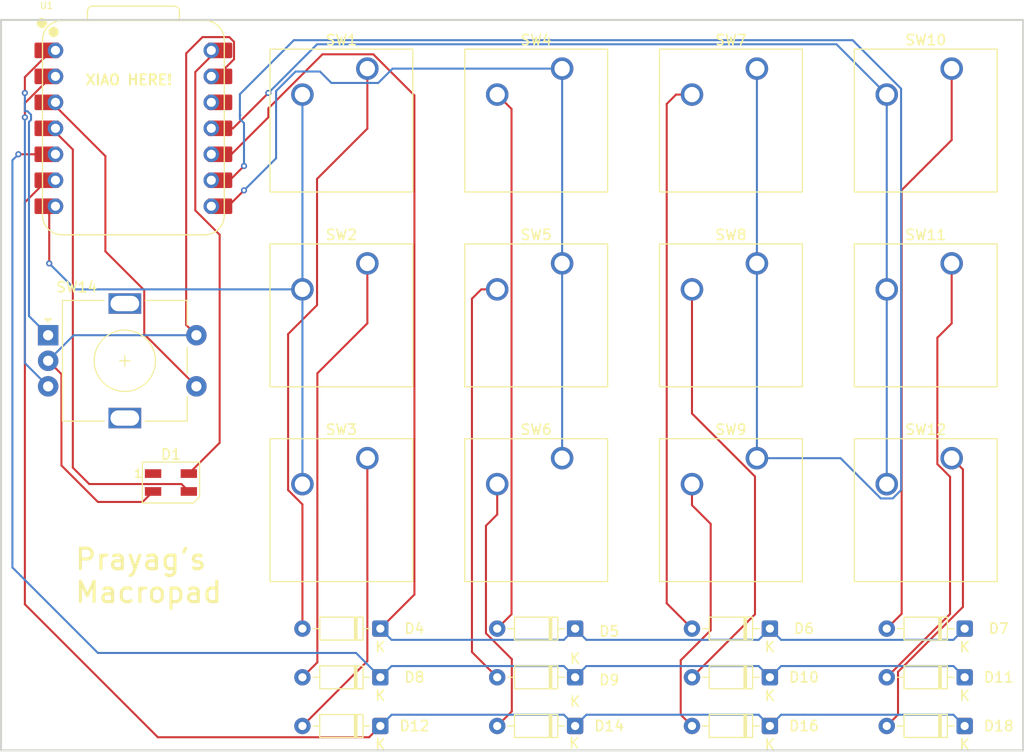
<source format=kicad_pcb>
(kicad_pcb (version 20241229) (generator "pcbnew") (generator_version "9.0")
  (layers (0 "F.Cu" signal) (2 "B.Cu" signal) (13 "F.Paste" user) (15 "B.Paste" user) (5 "F.SilkS" user "F.Silkscreen") (7 "B.SilkS" user "B.Silkscreen") (1 "F.Mask" user) (3 "B.Mask" user) (25 "Edge.Cuts" user))
  (net 0 "")
  (net 1 "GND")
  (net 2 "+5V")
  (net 3 "Net-(D1-DIN)")
  (net 5 "Net-(D4-A)")
  (net 6 "Row0")
  (net 7 "Net-(D5-A)")
  (net 8 "Net-(D6-A)")
  (net 9 "Net-(D7-A)")
  (net 10 "Row1")
  (net 11 "Net-(D8-A)")
  (net 12 "Net-(D9-A)")
  (net 13 "Net-(D10-A)")
  (net 14 "Net-(D11-A)")
  (net 15 "Row2")
  (net 16 "Net-(D12-A)")
  (net 17 "Net-(D14-A)")
  (net 18 "Net-(D16-A)")
  (net 19 "Net-(D18-A)")
  (net 20 "Col0")
  (net 21 "Col1")
  (net 22 "Col2")
  (net 23 "Col3")
  (net 24 "Net-(U1-GPIO26{slash}ADC0{slash}A0)")
  (net 25 "Net-(U1-GPIO27{slash}ADC1{slash}A1)")
  (net 26 "Net-(U1-GPIO28{slash}ADC2{slash}A2)")
  (footprint "Button_Switch_Keyboard:SW_Cherry_MX_1.00u_PCB" (layer "F.Cu") (at 140.6525 38.1)
    (property "Reference" "SW10" (at -2.54 -2.794 0) (layer "F.SilkS"))
    (property "Value" "SW_Push")
    (pad "" np_thru_hole circle (at -7.62 5.08) (size 1.7 1.7) (drill 1.7) (layers "*.Cu" "*.Mask"))
    (pad "" np_thru_hole circle (at -2.54 5.08) (size 4 4) (drill 4) (layers "*.Cu" "*.Mask"))
    (pad "" np_thru_hole circle (at 2.54 5.08) (size 1.7 1.7) (drill 1.7) (layers "*.Cu" "*.Mask"))
    (pad "1" thru_hole circle (at 0 0) (size 2.2 2.2) (drill 1.5) (layers "*.Cu" "*.Mask") (net 9 "Net-(D7-A)"))
    (pad "2" thru_hole circle (at -6.35 2.54) (size 2.2 2.2) (drill 1.5) (layers "*.Cu" "*.Mask") (net 23 "Col3"))
  )
  (footprint "Button_Switch_Keyboard:SW_Cherry_MX_1.00u_PCB" (layer "F.Cu") (at 83.5025 57.15)
    (property "Reference" "SW2" (at -2.54 -2.794 0) (layer "F.SilkS"))
    (property "Value" "SW_Push")
    (pad "" np_thru_hole circle (at -7.62 5.08) (size 1.7 1.7) (drill 1.7) (layers "*.Cu" "*.Mask"))
    (pad "" np_thru_hole circle (at -2.54 5.08) (size 4 4) (drill 4) (layers "*.Cu" "*.Mask"))
    (pad "" np_thru_hole circle (at 2.54 5.08) (size 1.7 1.7) (drill 1.7) (layers "*.Cu" "*.Mask"))
    (pad "1" thru_hole circle (at 0 0) (size 2.2 2.2) (drill 1.5) (layers "*.Cu" "*.Mask") (net 11 "Net-(D8-A)"))
    (pad "2" thru_hole circle (at -6.35 2.54) (size 2.2 2.2) (drill 1.5) (layers "*.Cu" "*.Mask") (net 20 "Col0"))
  )
  (footprint "Rotary_Encoder:RotaryEncoder_Alps_EC11E-Switch_Vertical_H20mm" (layer "F.Cu") (at 52.28125 64.175)
    (property "Reference" "SW14" (at 2.8 -4.7 0) (layer "F.SilkS"))
    (property "Value" "RotaryEncoder_Switch")
    (pad "A" thru_hole rect (at 0 0) (size 2 2) (drill 1) (layers "*.Cu" "*.Mask") (net 24 "Net-(U1-GPIO26{slash}ADC0{slash}A0)"))
    (pad "B" thru_hole circle (at 0 5) (size 2 2) (drill 1) (layers "*.Cu" "*.Mask") (net 25 "Net-(U1-GPIO27{slash}ADC1{slash}A1)"))
    (pad "C" thru_hole circle (at 0 2.5) (size 2 2) (drill 1) (layers "*.Cu" "*.Mask") (net 1 "GND"))
    (pad "MP" thru_hole rect (at 7.5 -3.1) (size 3.2 2) (drill oval 2.8 1.5) (layers "*.Cu" "*.Mask"))
    (pad "MP" thru_hole rect (at 7.5 8.1) (size 3.2 2) (drill oval 2.8 1.5) (layers "*.Cu" "*.Mask"))
    (pad "S1" thru_hole circle (at 14.5 5) (size 2 2) (drill 1) (layers "*.Cu" "*.Mask") (net 26 "Net-(U1-GPIO28{slash}ADC2{slash}A2)"))
    (pad "S2" thru_hole circle (at 14.5 0) (size 2 2) (drill 1) (layers "*.Cu" "*.Mask") (net 1 "GND"))
  )
  (footprint "Diode_THT:D_DO-35_SOD27_P7.62mm_Horizontal" (layer "F.Cu") (at 141.9225 102.39375 180)
    (property "Reference" "D18" (at -3.33375 0 0) (layer "F.SilkS"))
    (property "Value" "1N4148")
    (fp_text user "K" (at 0 -1.8 0) (layer "F.SilkS"))
    (pad "1" thru_hole roundrect (at 0 0 180) (size 1.6 1.6) (drill 0.8) (layers "*.Cu" "*.Mask") (roundrect_rratio 0.15625) (net 15 "Row2"))
    (pad "2" thru_hole circle (at 7.62 0 180) (size 1.6 1.6) (drill 0.8) (layers "*.Cu" "*.Mask") (net 19 "Net-(D18-A)"))
  )
  (footprint "Button_Switch_Keyboard:SW_Cherry_MX_1.00u_PCB" (layer "F.Cu") (at 121.6025 38.1)
    (property "Reference" "SW7" (at -2.54 -2.794 0) (layer "F.SilkS"))
    (property "Value" "SW_Push")
    (pad "" np_thru_hole circle (at -7.62 5.08) (size 1.7 1.7) (drill 1.7) (layers "*.Cu" "*.Mask"))
    (pad "" np_thru_hole circle (at -2.54 5.08) (size 4 4) (drill 4) (layers "*.Cu" "*.Mask"))
    (pad "" np_thru_hole circle (at 2.54 5.08) (size 1.7 1.7) (drill 1.7) (layers "*.Cu" "*.Mask"))
    (pad "1" thru_hole circle (at 0 0) (size 2.2 2.2) (drill 1.5) (layers "*.Cu" "*.Mask") (net 22 "Col2"))
    (pad "2" thru_hole circle (at -6.35 2.54) (size 2.2 2.2) (drill 1.5) (layers "*.Cu" "*.Mask") (net 8 "Net-(D6-A)"))
  )
  (footprint "Diode_THT:D_DO-35_SOD27_P7.62mm_Horizontal" (layer "F.Cu") (at 141.9225 97.63125 180)
    (property "Reference" "D11" (at -3.33375 0 0) (layer "F.SilkS"))
    (property "Value" "1N4148")
    (fp_text user "K" (at 0 -1.8 0) (layer "F.SilkS"))
    (pad "1" thru_hole roundrect (at 0 0 180) (size 1.6 1.6) (drill 0.8) (layers "*.Cu" "*.Mask") (roundrect_rratio 0.15625) (net 10 "Row1"))
    (pad "2" thru_hole circle (at 7.62 0 180) (size 1.6 1.6) (drill 0.8) (layers "*.Cu" "*.Mask") (net 14 "Net-(D11-A)"))
  )
  (footprint "Diode_THT:D_DO-35_SOD27_P7.62mm_Horizontal" (layer "F.Cu") (at 84.7725 102.39375 180)
    (property "Reference" "D12" (at -3.33375 0 0) (layer "F.SilkS"))
    (property "Value" "1N4148")
    (fp_text user "K" (at 0 -1.8 0) (layer "F.SilkS"))
    (pad "1" thru_hole roundrect (at 0 0 180) (size 1.6 1.6) (drill 0.8) (layers "*.Cu" "*.Mask") (roundrect_rratio 0.15625) (net 15 "Row2"))
    (pad "2" thru_hole circle (at 7.62 0 180) (size 1.6 1.6) (drill 0.8) (layers "*.Cu" "*.Mask") (net 16 "Net-(D12-A)"))
  )
  (footprint "Diode_THT:D_DO-35_SOD27_P7.62mm_Horizontal" (layer "F.Cu") (at 141.9225 92.86875 180)
    (property "Reference" "D7" (at -3.33375 0 0) (layer "F.SilkS"))
    (property "Value" "1N4148")
    (fp_text user "K" (at 0 -1.8 0) (layer "F.SilkS"))
    (pad "1" thru_hole roundrect (at 0 0 180) (size 1.6 1.6) (drill 0.8) (layers "*.Cu" "*.Mask") (roundrect_rratio 0.15625) (net 6 "Row0"))
    (pad "2" thru_hole circle (at 7.62 0 180) (size 1.6 1.6) (drill 0.8) (layers "*.Cu" "*.Mask") (net 9 "Net-(D7-A)"))
  )
  (footprint "Button_Switch_Keyboard:SW_Cherry_MX_1.00u_PCB" (layer "F.Cu") (at 83.5025 76.2)
    (property "Reference" "SW3" (at -2.54 -2.794 0) (layer "F.SilkS"))
    (property "Value" "SW_Push")
    (pad "" np_thru_hole circle (at -7.62 5.08) (size 1.7 1.7) (drill 1.7) (layers "*.Cu" "*.Mask"))
    (pad "" np_thru_hole circle (at -2.54 5.08) (size 4 4) (drill 4) (layers "*.Cu" "*.Mask"))
    (pad "" np_thru_hole circle (at 2.54 5.08) (size 1.7 1.7) (drill 1.7) (layers "*.Cu" "*.Mask"))
    (pad "1" thru_hole circle (at 0 0) (size 2.2 2.2) (drill 1.5) (layers "*.Cu" "*.Mask") (net 16 "Net-(D12-A)"))
    (pad "2" thru_hole circle (at -6.35 2.54) (size 2.2 2.2) (drill 1.5) (layers "*.Cu" "*.Mask") (net 20 "Col0"))
  )
  (footprint "OPL:XIAO-RP2040-DIP" (layer "F.Cu") (at 60.61925 43.938)
    (property "Reference" "U1" (at -8.5 -12 0) (layer "F.SilkS") (effects (font (size 0.635 0.635) (thickness 0.1016))))
    (property "Value" "XIAO-RP2040-DIP")
    (pad "1" smd roundrect (at -8.455 -7.62 180) (size 2.432 1.524) (layers "F.Cu" "F.Mask") (roundrect_rratio 0.1) (net 24 "Net-(U1-GPIO26{slash}ADC0{slash}A0)"))
    (pad "1" thru_hole circle (at -7.62 -7.62 180) (size 1.524 1.524) (drill 0.889) (layers "*.Cu" "*.Mask") (net 24 "Net-(U1-GPIO26{slash}ADC0{slash}A0)"))
    (pad "2" smd roundrect (at -8.455 -5.08 180) (size 2.432 1.524) (layers "F.Cu" "F.Mask") (roundrect_rratio 0.1) (net 25 "Net-(U1-GPIO27{slash}ADC1{slash}A1)"))
    (pad "2" thru_hole circle (at -7.62 -5.08 180) (size 1.524 1.524) (drill 0.889) (layers "*.Cu" "*.Mask") (net 25 "Net-(U1-GPIO27{slash}ADC1{slash}A1)"))
    (pad "3" smd roundrect (at -8.455 -2.54 180) (size 2.432 1.524) (layers "F.Cu" "F.Mask") (roundrect_rratio 0.1) (net 26 "Net-(U1-GPIO28{slash}ADC2{slash}A2)"))
    (pad "3" thru_hole circle (at -7.62 -2.54 180) (size 1.524 1.524) (drill 0.889) (layers "*.Cu" "*.Mask") (net 26 "Net-(U1-GPIO28{slash}ADC2{slash}A2)"))
    (pad "4" smd roundrect (at -8.455 0 180) (size 2.432 1.524) (layers "F.Cu" "F.Mask") (roundrect_rratio 0.1) (net 3 "Net-(D1-DIN)"))
    (pad "4" thru_hole circle (at -7.62 0 180) (size 1.524 1.524) (drill 0.889) (layers "*.Cu" "*.Mask") (net 3 "Net-(D1-DIN)"))
    (pad "5" smd roundrect (at -8.455 2.54 180) (size 2.432 1.524) (layers "F.Cu" "F.Mask") (roundrect_rratio 0.1) (net 10 "Row1"))
    (pad "5" thru_hole circle (at -7.62 2.54 180) (size 1.524 1.524) (drill 0.889) (layers "*.Cu" "*.Mask") (net 10 "Row1"))
    (pad "6" smd roundrect (at -8.455 5.08 180) (size 2.432 1.524) (layers "F.Cu" "F.Mask") (roundrect_rratio 0.1) (net 15 "Row2"))
    (pad "6" thru_hole circle (at -7.62 5.08 180) (size 1.524 1.524) (drill 0.889) (layers "*.Cu" "*.Mask") (net 15 "Row2"))
    (pad "7" smd roundrect (at -8.455 7.62 180) (size 2.432 1.524) (layers "F.Cu" "F.Mask") (roundrect_rratio 0.1) (net 20 "Col0"))
    (pad "7" thru_hole circle (at -7.62 7.62 180) (size 1.524 1.524) (drill 0.889) (layers "*.Cu" "*.Mask") (net 20 "Col0"))
    (pad "8" thru_hole circle (at 7.62 7.62) (size 1.524 1.524) (drill 0.889) (layers "*.Cu" "*.Mask") (net 21 "Col1"))
    (pad "8" smd roundrect (at 8.455 7.62) (size 2.432 1.524) (layers "F.Cu" "F.Mask") (roundrect_rratio 0.1) (net 21 "Col1"))
    (pad "9" thru_hole circle (at 7.62 5.08) (size 1.524 1.524) (drill 0.889) (layers "*.Cu" "*.Mask") (net 22 "Col2"))
    (pad "9" smd roundrect (at 8.455 5.08) (size 2.432 1.524) (layers "F.Cu" "F.Mask") (roundrect_rratio 0.1) (net 22 "Col2"))
    (pad "10" thru_hole circle (at 7.62 2.54) (size 1.524 1.524) (drill 0.889) (layers "*.Cu" "*.Mask") (net 6 "Row0"))
    (pad "10" smd roundrect (at 8.455 2.54) (size 2.432 1.524) (layers "F.Cu" "F.Mask") (roundrect_rratio 0.1) (net 6 "Row0"))
    (pad "11" thru_hole circle (at 7.62 0) (size 1.524 1.524) (drill 0.889) (layers "*.Cu" "*.Mask") (net 23 "Col3"))
    (pad "11" smd roundrect (at 8.455 0) (size 2.432 1.524) (layers "F.Cu" "F.Mask") (roundrect_rratio 0.1) (net 23 "Col3"))
    (pad "12" thru_hole circle (at 7.62 -2.54) (size 1.524 1.524) (drill 0.889) (layers "*.Cu" "*.Mask"))
    (pad "12" smd roundrect (at 8.455 -2.54) (size 2.432 1.524) (layers "F.Cu" "F.Mask") (roundrect_rratio 0.1))
    (pad "13" thru_hole circle (at 7.62 -5.08) (size 1.524 1.524) (drill 0.889) (layers "*.Cu" "*.Mask") (net 1 "GND"))
    (pad "13" smd roundrect (at 8.455 -5.08) (size 2.432 1.524) (layers "F.Cu" "F.Mask") (roundrect_rratio 0.1) (net 1 "GND"))
    (pad "14" thru_hole circle (at 7.62 -7.62) (size 1.524 1.524) (drill 0.889) (layers "*.Cu" "*.Mask") (net 2 "+5V"))
    (pad "14" smd roundrect (at 8.455 -7.62) (size 2.432 1.524) (layers "F.Cu" "F.Mask") (roundrect_rratio 0.1) (net 2 "+5V"))
  )
  (footprint "Button_Switch_Keyboard:SW_Cherry_MX_1.00u_PCB" (layer "F.Cu") (at 140.6525 76.2)
    (property "Reference" "SW12" (at -2.54 -2.794 0) (layer "F.SilkS"))
    (property "Value" "SW_Push")
    (pad "" np_thru_hole circle (at -7.62 5.08) (size 1.7 1.7) (drill 1.7) (layers "*.Cu" "*.Mask"))
    (pad "" np_thru_hole circle (at -2.54 5.08) (size 4 4) (drill 4) (layers "*.Cu" "*.Mask"))
    (pad "" np_thru_hole circle (at 2.54 5.08) (size 1.7 1.7) (drill 1.7) (layers "*.Cu" "*.Mask"))
    (pad "1" thru_hole circle (at 0 0) (size 2.2 2.2) (drill 1.5) (layers "*.Cu" "*.Mask") (net 19 "Net-(D18-A)"))
    (pad "2" thru_hole circle (at -6.35 2.54) (size 2.2 2.2) (drill 1.5) (layers "*.Cu" "*.Mask") (net 23 "Col3"))
  )
  (footprint "Button_Switch_Keyboard:SW_Cherry_MX_1.00u_PCB" (layer "F.Cu") (at 102.5525 76.2)
    (property "Reference" "SW6" (at -2.54 -2.794 0) (layer "F.SilkS"))
    (property "Value" "SW_Push")
    (pad "" np_thru_hole circle (at -7.62 5.08) (size 1.7 1.7) (drill 1.7) (layers "*.Cu" "*.Mask"))
    (pad "" np_thru_hole circle (at -2.54 5.08) (size 4 4) (drill 4) (layers "*.Cu" "*.Mask"))
    (pad "" np_thru_hole circle (at 2.54 5.08) (size 1.7 1.7) (drill 1.7) (layers "*.Cu" "*.Mask"))
    (pad "1" thru_hole circle (at 0 0) (size 2.2 2.2) (drill 1.5) (layers "*.Cu" "*.Mask") (net 21 "Col1"))
    (pad "2" thru_hole circle (at -6.35 2.54) (size 2.2 2.2) (drill 1.5) (layers "*.Cu" "*.Mask") (net 17 "Net-(D14-A)"))
  )
  (footprint "Button_Switch_Keyboard:SW_Cherry_MX_1.00u_PCB" (layer "F.Cu") (at 102.5525 57.15)
    (property "Reference" "SW5" (at -2.54 -2.794 0) (layer "F.SilkS"))
    (property "Value" "SW_Push")
    (pad "" np_thru_hole circle (at -7.62 5.08) (size 1.7 1.7) (drill 1.7) (layers "*.Cu" "*.Mask"))
    (pad "" np_thru_hole circle (at -2.54 5.08) (size 4 4) (drill 4) (layers "*.Cu" "*.Mask"))
    (pad "" np_thru_hole circle (at 2.54 5.08) (size 1.7 1.7) (drill 1.7) (layers "*.Cu" "*.Mask"))
    (pad "1" thru_hole circle (at 0 0) (size 2.2 2.2) (drill 1.5) (layers "*.Cu" "*.Mask") (net 21 "Col1"))
    (pad "2" thru_hole circle (at -6.35 2.54) (size 2.2 2.2) (drill 1.5) (layers "*.Cu" "*.Mask") (net 12 "Net-(D9-A)"))
  )
  (footprint "Diode_THT:D_DO-35_SOD27_P7.62mm_Horizontal" (layer "F.Cu") (at 103.8225 97.63125 180)
    (property "Reference" "D9" (at -3.33375 -0.26125 0) (layer "F.SilkS"))
    (property "Value" "1N4148")
    (fp_text user "K" (at 0.086788 -6.453844 0) (layer "F.SilkS"))
    (pad "1" thru_hole roundrect (at 0 0 180) (size 1.6 1.6) (drill 0.8) (layers "*.Cu" "*.Mask") (roundrect_rratio 0.15625) (net 10 "Row1"))
    (pad "2" thru_hole circle (at 7.62 0 180) (size 1.6 1.6) (drill 0.8) (layers "*.Cu" "*.Mask") (net 12 "Net-(D9-A)"))
  )
  (footprint "Diode_THT:D_DO-35_SOD27_P7.62mm_Horizontal" (layer "F.Cu") (at 122.8725 92.86875 180)
    (property "Reference" "D6" (at -3.33375 0 0) (layer "F.SilkS"))
    (property "Value" "1N4148")
    (fp_text user "K" (at 0 -1.8 0) (layer "F.SilkS"))
    (pad "1" thru_hole roundrect (at 0 0 180) (size 1.6 1.6) (drill 0.8) (layers "*.Cu" "*.Mask") (roundrect_rratio 0.15625) (net 6 "Row0"))
    (pad "2" thru_hole circle (at 7.62 0 180) (size 1.6 1.6) (drill 0.8) (layers "*.Cu" "*.Mask") (net 8 "Net-(D6-A)"))
  )
  (footprint "Button_Switch_Keyboard:SW_Cherry_MX_1.00u_PCB" (layer "F.Cu") (at 102.5525 38.1)
    (property "Reference" "SW4" (at -2.54 -2.794 0) (layer "F.SilkS"))
    (property "Value" "SW_Push")
    (pad "" np_thru_hole circle (at -7.62 5.08) (size 1.7 1.7) (drill 1.7) (layers "*.Cu" "*.Mask"))
    (pad "" np_thru_hole circle (at -2.54 5.08) (size 4 4) (drill 4) (layers "*.Cu" "*.Mask"))
    (pad "" np_thru_hole circle (at 2.54 5.08) (size 1.7 1.7) (drill 1.7) (layers "*.Cu" "*.Mask"))
    (pad "1" thru_hole circle (at 0 0) (size 2.2 2.2) (drill 1.5) (layers "*.Cu" "*.Mask") (net 21 "Col1"))
    (pad "2" thru_hole circle (at -6.35 2.54) (size 2.2 2.2) (drill 1.5) (layers "*.Cu" "*.Mask") (net 7 "Net-(D5-A)"))
  )
  (footprint "Button_Switch_Keyboard:SW_Cherry_MX_1.00u_PCB" (layer "F.Cu") (at 121.6025 57.15)
    (property "Reference" "SW8" (at -2.54 -2.794 0) (layer "F.SilkS"))
    (property "Value" "SW_Push")
    (pad "" np_thru_hole circle (at -7.62 5.08) (size 1.7 1.7) (drill 1.7) (layers "*.Cu" "*.Mask"))
    (pad "" np_thru_hole circle (at -2.54 5.08) (size 4 4) (drill 4) (layers "*.Cu" "*.Mask"))
    (pad "" np_thru_hole circle (at 2.54 5.08) (size 1.7 1.7) (drill 1.7) (layers "*.Cu" "*.Mask"))
    (pad "1" thru_hole circle (at 0 0) (size 2.2 2.2) (drill 1.5) (layers "*.Cu" "*.Mask") (net 22 "Col2"))
    (pad "2" thru_hole circle (at -6.35 2.54) (size 2.2 2.2) (drill 1.5) (layers "*.Cu" "*.Mask") (net 13 "Net-(D10-A)"))
  )
  (footprint "Diode_THT:D_DO-35_SOD27_P7.62mm_Horizontal" (layer "F.Cu") (at 103.8225 102.39375 180)
    (property "Reference" "D14" (at -3.33375 0 0) (layer "F.SilkS"))
    (property "Value" "1N4148")
    (fp_text user "K" (at 0 2.38125 0) (layer "F.SilkS"))
    (pad "1" thru_hole roundrect (at 0 0 180) (size 1.6 1.6) (drill 0.8) (layers "*.Cu" "*.Mask") (roundrect_rratio 0.15625) (net 15 "Row2"))
    (pad "2" thru_hole circle (at 7.62 0 180) (size 1.6 1.6) (drill 0.8) (layers "*.Cu" "*.Mask") (net 17 "Net-(D14-A)"))
  )
  (footprint "Button_Switch_Keyboard:SW_Cherry_MX_1.00u_PCB" (layer "F.Cu") (at 121.6025 76.2)
    (property "Reference" "SW9" (at -2.54 -2.794 0) (layer "F.SilkS"))
    (property "Value" "SW_Push")
    (pad "" np_thru_hole circle (at -7.62 5.08) (size 1.7 1.7) (drill 1.7) (layers "*.Cu" "*.Mask"))
    (pad "" np_thru_hole circle (at -2.54 5.08) (size 4 4) (drill 4) (layers "*.Cu" "*.Mask"))
    (pad "" np_thru_hole circle (at 2.54 5.08) (size 1.7 1.7) (drill 1.7) (layers "*.Cu" "*.Mask"))
    (pad "1" thru_hole circle (at 0 0) (size 2.2 2.2) (drill 1.5) (layers "*.Cu" "*.Mask") (net 22 "Col2"))
    (pad "2" thru_hole circle (at -6.35 2.54) (size 2.2 2.2) (drill 1.5) (layers "*.Cu" "*.Mask") (net 18 "Net-(D16-A)"))
  )
  (footprint "Diode_THT:D_DO-35_SOD27_P7.62mm_Horizontal" (layer "F.Cu") (at 103.8225 92.86875 180)
    (property "Reference" "D5" (at -3.33375 -0.26125 0) (layer "F.SilkS"))
    (property "Value" "1N4148")
    (fp_text user "K" (at 0 -2.926475 0) (layer "F.SilkS"))
    (pad "1" thru_hole roundrect (at 0 0 180) (size 1.6 1.6) (drill 0.8) (layers "*.Cu" "*.Mask") (roundrect_rratio 0.15625) (net 6 "Row0"))
    (pad "2" thru_hole circle (at 7.62 0 180) (size 1.6 1.6) (drill 0.8) (layers "*.Cu" "*.Mask") (net 7 "Net-(D5-A)"))
  )
  (footprint "Diode_THT:D_DO-35_SOD27_P7.62mm_Horizontal" (layer "F.Cu") (at 122.8725 102.39375 180)
    (property "Reference" "D16" (at -3.33375 0 0) (layer "F.SilkS"))
    (property "Value" "1N4148")
    (fp_text user "K" (at 0 -1.8 0) (layer "F.SilkS"))
    (pad "1" thru_hole roundrect (at 0 0 180) (size 1.6 1.6) (drill 0.8) (layers "*.Cu" "*.Mask") (roundrect_rratio 0.15625) (net 15 "Row2"))
    (pad "2" thru_hole circle (at 7.62 0 180) (size 1.6 1.6) (drill 0.8) (layers "*.Cu" "*.Mask") (net 18 "Net-(D16-A)"))
  )
  (footprint "Button_Switch_Keyboard:SW_Cherry_MX_1.00u_PCB" (layer "F.Cu") (at 83.5025 38.1)
    (property "Reference" "SW1" (at -2.54 -2.794 0) (layer "F.SilkS"))
    (property "Value" "SW_Push")
    (pad "" np_thru_hole circle (at -7.62 5.08) (size 1.7 1.7) (drill 1.7) (layers "*.Cu" "*.Mask"))
    (pad "" np_thru_hole circle (at -2.54 5.08) (size 4 4) (drill 4) (layers "*.Cu" "*.Mask"))
    (pad "" np_thru_hole circle (at 2.54 5.08) (size 1.7 1.7) (drill 1.7) (layers "*.Cu" "*.Mask"))
    (pad "1" thru_hole circle (at 0 0) (size 2.2 2.2) (drill 1.5) (layers "*.Cu" "*.Mask") (net 5 "Net-(D4-A)"))
    (pad "2" thru_hole circle (at -6.35 2.54) (size 2.2 2.2) (drill 1.5) (layers "*.Cu" "*.Mask") (net 20 "Col0"))
  )
  (footprint "Diode_THT:D_DO-35_SOD27_P7.62mm_Horizontal" (layer "F.Cu") (at 84.7725 97.63125 180)
    (property "Reference" "D8" (at -3.33375 0 0) (layer "F.SilkS"))
    (property "Value" "1N4148")
    (fp_text user "K" (at 0 -1.8 0) (layer "F.SilkS"))
    (pad "1" thru_hole roundrect (at 0 0 180) (size 1.6 1.6) (drill 0.8) (layers "*.Cu" "*.Mask") (roundrect_rratio 0.15625) (net 10 "Row1"))
    (pad "2" thru_hole circle (at 7.62 0 180) (size 1.6 1.6) (drill 0.8) (layers "*.Cu" "*.Mask") (net 11 "Net-(D8-A)"))
  )
  (footprint "Button_Switch_Keyboard:SW_Cherry_MX_1.00u_PCB" (layer "F.Cu") (at 140.6525 57.15)
    (property "Reference" "SW11" (at -2.54 -2.794 0) (layer "F.SilkS"))
    (property "Value" "SW_Push")
    (pad "" np_thru_hole circle (at -7.62 5.08) (size 1.7 1.7) (drill 1.7) (layers "*.Cu" "*.Mask"))
    (pad "" np_thru_hole circle (at -2.54 5.08) (size 4 4) (drill 4) (layers "*.Cu" "*.Mask"))
    (pad "" np_thru_hole circle (at 2.54 5.08) (size 1.7 1.7) (drill 1.7) (layers "*.Cu" "*.Mask"))
    (pad "1" thru_hole circle (at 0 0) (size 2.2 2.2) (drill 1.5) (layers "*.Cu" "*.Mask") (net 14 "Net-(D11-A)"))
    (pad "2" thru_hole circle (at -6.35 2.54) (size 2.2 2.2) (drill 1.5) (layers "*.Cu" "*.Mask") (net 23 "Col3"))
  )
  (footprint "Diode_THT:D_DO-35_SOD27_P7.62mm_Horizontal" (layer "F.Cu") (at 122.8725 97.63125 180)
    (property "Reference" "D10" (at -3.33375 0 0) (layer "F.SilkS"))
    (property "Value" "1N4148")
    (fp_text user "K" (at 0 -1.8 0) (layer "F.SilkS"))
    (pad "1" thru_hole roundrect (at 0 0 180) (size 1.6 1.6) (drill 0.8) (layers "*.Cu" "*.Mask") (roundrect_rratio 0.15625) (net 10 "Row1"))
    (pad "2" thru_hole circle (at 7.62 0 180) (size 1.6 1.6) (drill 0.8) (layers "*.Cu" "*.Mask") (net 13 "Net-(D10-A)"))
  )
  (footprint "Diode_THT:D_DO-35_SOD27_P7.62mm_Horizontal" (layer "F.Cu") (at 84.7725 92.86875 180)
    (property "Reference" "D4" (at -3.33375 0 0) (layer "F.SilkS"))
    (property "Value" "1N4148")
    (fp_text user "K" (at 0 -1.8 0) (layer "F.SilkS"))
    (pad "1" thru_hole roundrect (at 0 0 180) (size 1.6 1.6) (drill 0.8) (layers "*.Cu" "*.Mask") (roundrect_rratio 0.15625) (net 6 "Row0"))
    (pad "2" thru_hole circle (at 7.62 0 180) (size 1.6 1.6) (drill 0.8) (layers "*.Cu" "*.Mask") (net 5 "Net-(D4-A)"))
  )
  (footprint "LED_SMD:LED_SK6812MINI_PLCC4_3.5x3.5mm_P1.75mm" (layer "F.Cu") (at 64.29375 78.58125)
    (property "Reference" "D1" (at 0 -2.75 0) (layer "F.SilkS"))
    (property "Value" "SK6812MINI")
    (fp_text user "1" (at -3.2 -0.875 0) (layer "F.SilkS") (effects (font (size 0.8 0.8))))
    (pad "1" smd rect (at -1.75 -0.875) (size 1.6 0.85) (layers "F.Cu" "F.Mask" "F.Paste"))
    (pad "2" smd rect (at -1.75 0.875) (size 1.6 0.85) (layers "F.Cu" "F.Mask" "F.Paste") (net 1 "GND"))
    (pad "3" smd rect (at 1.75 0.875) (size 1.6 0.85) (layers "F.Cu" "F.Mask" "F.Paste") (net 3 "Net-(D1-DIN)"))
    (pad "4" smd rect (at 1.75 -0.875) (size 1.6 0.85) (layers "F.Cu" "F.Mask" "F.Paste") (net 2 "+5V"))
  )
  (gr_rect (start 47.673159 33.3375) (end 147.6375 104.775) (stroke (width 0.2)) (fill no) (layer "Edge.Cuts"))
  (gr_text "Prayag's\nMacropad" (at 54.76875 90.4875 0) (layer "F.SilkS") (effects (font (size 2 2) (thickness 0.3) (bold yes)) (justify left bottom)))
  (gr_text "XIAO HERE!" (at 55.830488 39.788015 0) (layer "F.SilkS") (effects (font (size 1 1) (thickness 0.2)) (justify left bottom)))
  (segment (start 65.78125 36.6125) (end 67.37675 35.017) (width 0.2) (layer "F.Cu") (net 1))
  (segment (start 52.28125 66.675) (end 53.58225 67.976) (width 0.2) (layer "F.Cu") (net 1))
  (segment (start 67.37675 35.017) (end 69.998308 35.017) (width 0.2) (layer "F.Cu") (net 1))
  (segment (start 62.54375 79.45625) (end 61.51775 80.48225) (width 0.2) (layer "F.Cu") (net 1))
  (segment (start 66.78125 64.175) (end 65.78125 63.175) (width 0.2) (layer "F.Cu") (net 1))
  (segment (start 53.58225 76.9145) (end 57.15 80.48225) (width 0.2) (layer "F.Cu") (net 1))
  (segment (start 70.46025 35.478942) (end 70.46025 37.182) (width 0.2) (layer "F.Cu") (net 1))
  (segment (start 61.51775 80.48225) (end 57.15 80.48225) (width 0.2) (layer "F.Cu") (net 1))
  (segment (start 53.58225 67.976) (end 53.58225 76.9145) (width 0.2) (layer "F.Cu") (net 1))
  (segment (start 70.46025 37.182) (end 68.78425 38.858) (width 0.2) (layer "F.Cu") (net 1))
  (segment (start 65.78125 63.175) (end 65.78125 36.6125) (width 0.2) (layer "F.Cu") (net 1))
  (segment (start 69.998308 35.017) (end 70.46025 35.478942) (width 0.2) (layer "F.Cu") (net 1))
  (segment (start 52.28125 66.675) (end 54.78125 64.175) (width 0.2) (layer "B.Cu") (net 1))
  (segment (start 54.78125 64.175) (end 66.78125 64.175) (width 0.2) (layer "B.Cu") (net 1))
  (segment (start 69.05625 54.345058) (end 66.675 51.963808) (width 0.2) (layer "F.Cu") (net 2))
  (segment (start 66.675 51.963808) (end 66.675 38.42725) (width 0.2) (layer "F.Cu") (net 2))
  (segment (start 66.04375 77.70625) (end 69.05625 74.69375) (width 0.2) (layer "F.Cu") (net 2))
  (segment (start 69.05625 74.69375) (end 69.05625 54.345058) (width 0.2) (layer "F.Cu") (net 2))
  (segment (start 66.675 38.42725) (end 68.78425 36.318) (width 0.2) (layer "F.Cu") (net 2))
  (segment (start 56.299 78.73025) (end 65.31775 78.73025) (width 0.2) (layer "F.Cu") (net 3))
  (segment (start 65.31775 78.73025) (end 66.04375 79.45625) (width 0.2) (layer "F.Cu") (net 3))
  (segment (start 54.69625 77.1275) (end 54.69625 46.015) (width 0.2) (layer "F.Cu") (net 3))
  (segment (start 54.69625 46.015) (end 52.61925 43.938) (width 0.2) (layer "F.Cu") (net 3))
  (segment (start 54.69625 77.1275) (end 56.299 78.73025) (width 0.2) (layer "F.Cu") (net 3))
  (segment (start 75.7515 79.320314) (end 75.7515 64.05947) (width 0.2) (layer "F.Cu") (net 5))
  (segment (start 77.1525 80.721314) (end 75.7515 79.320314) (width 0.2) (layer "F.Cu") (net 5))
  (segment (start 75.7515 64.05947) (end 78.58125 61.22972) (width 0.2) (layer "F.Cu") (net 5))
  (segment (start 78.58125 48.886066) (end 83.5025 43.964816) (width 0.2) (layer "F.Cu") (net 5))
  (segment (start 83.5025 43.964816) (end 83.5025 38.1) (width 0.2) (layer "F.Cu") (net 5))
  (segment (start 78.58125 61.22972) (end 78.58125 48.886066) (width 0.2) (layer "F.Cu") (net 5))
  (segment (start 77.1525 92.86875) (end 77.1525 80.721314) (width 0.2) (layer "F.Cu") (net 5))
  (segment (start 68.78425 46.478) (end 70.20325 46.478) (width 0.2) (layer "F.Cu") (net 6))
  (segment (start 84.082814 36.699) (end 88.10625 40.722436) (width 0.2) (layer "F.Cu") (net 6))
  (segment (start 73.81875 41.992436) (end 79.112186 36.699) (width 0.2) (layer "F.Cu") (net 6))
  (segment (start 70.20325 46.478) (end 73.81875 42.8625) (width 0.2) (layer "F.Cu") (net 6))
  (segment (start 88.10625 89.535) (end 84.7725 92.86875) (width 0.2) (layer "F.Cu") (net 6))
  (segment (start 88.10625 40.722436) (end 88.10625 89.535) (width 0.2) (layer "F.Cu") (net 6))
  (segment (start 79.112186 36.699) (end 84.082814 36.699) (width 0.2) (layer "F.Cu") (net 6))
  (segment (start 73.81875 42.8625) (end 73.81875 41.992436) (width 0.2) (layer "F.Cu") (net 6))
  (segment (start 85.8735 93.96975) (end 84.7725 92.86875) (width 0.2) (layer "B.Cu") (net 6))
  (segment (start 122.8725 92.86875) (end 121.7715 93.96975) (width 0.2) (layer "B.Cu") (net 6))
  (segment (start 104.9235 93.96975) (end 103.8225 92.86875) (width 0.2) (layer "B.Cu") (net 6))
  (segment (start 103.8225 92.86875) (end 102.7215 93.96975) (width 0.2) (layer "B.Cu") (net 6))
  (segment (start 123.9735 93.96975) (end 122.8725 92.86875) (width 0.2) (layer "B.Cu") (net 6))
  (segment (start 141.9225 92.86875) (end 140.8215 93.96975) (width 0.2) (layer "B.Cu") (net 6))
  (segment (start 121.7715 93.96975) (end 104.9235 93.96975) (width 0.2) (layer "B.Cu") (net 6))
  (segment (start 140.8215 93.96975) (end 123.9735 93.96975) (width 0.2) (layer "B.Cu") (net 6))
  (segment (start 102.7215 93.96975) (end 85.8735 93.96975) (width 0.2) (layer "B.Cu") (net 6))
  (segment (start 97.6035 91.46775) (end 97.6035 42.041) (width 0.2) (layer "F.Cu") (net 7))
  (segment (start 97.6035 42.041) (end 96.2025 40.64) (width 0.2) (layer "F.Cu") (net 7))
  (segment (start 96.2025 92.86875) (end 97.6035 91.46775) (width 0.2) (layer "F.Cu") (net 7))
  (segment (start 113.696866 40.64) (end 115.2525 40.64) (width 0.2) (layer "F.Cu") (net 8))
  (segment (start 112.7815 90.39775) (end 112.7815 41.555366) (width 0.2) (layer "F.Cu") (net 8))
  (segment (start 112.7815 41.555366) (end 113.696866 40.64) (width 0.2) (layer "F.Cu") (net 8))
  (segment (start 115.2525 92.86875) (end 112.7815 90.39775) (width 0.2) (layer "F.Cu") (net 8))
  (segment (start 135.7615 49.976) (end 140.6525 45.085) (width 0.2) (layer "F.Cu") (net 9))
  (segment (start 134.3025 92.86875) (end 135.7615 91.40975) (width 0.2) (layer "F.Cu") (net 9))
  (segment (start 140.6525 45.085) (end 140.6525 38.1) (width 0.2) (layer "F.Cu") (net 9))
  (segment (start 135.7615 91.40975) (end 135.7615 49.976) (width 0.2) (layer "F.Cu") (net 9))
  (segment (start 49.373 46.478) (end 52.61925 46.478) (width 0.2) (layer "F.Cu") (net 10))
  (via (at 49.373 46.478) (size 0.6) (drill 0.3) (layers "F.Cu" "B.Cu") (net 10))
  (segment (start 49.373 46.478) (end 48.786691 47.064309) (width 0.2) (layer "B.Cu") (net 10))
  (segment (start 82.39125 95.25) (end 84.7725 97.63125) (width 0.2) (layer "B.Cu") (net 10))
  (segment (start 84.7725 97.63125) (end 85.8735 96.53025) (width 0.2) (layer "B.Cu") (net 10))
  (segment (start 140.8215 96.53025) (end 141.9225 97.63125) (width 0.2) (layer "B.Cu") (net 10))
  (segment (start 48.786691 47.064309) (end 48.786691 86.886691) (width 0.2) (layer "B.Cu") (net 10))
  (segment (start 121.7715 96.53025) (end 122.8725 97.63125) (width 0.2) (layer "B.Cu") (net 10))
  (segment (start 103.8225 97.63125) (end 104.9235 96.53025) (width 0.2) (layer "B.Cu") (net 10))
  (segment (start 102.7215 96.53025) (end 103.8225 97.63125) (width 0.2) (layer "B.Cu") (net 10))
  (segment (start 122.8725 97.63125) (end 123.9735 96.53025) (width 0.2) (layer "B.Cu") (net 10))
  (segment (start 104.9235 96.53025) (end 121.7715 96.53025) (width 0.2) (layer "B.Cu") (net 10))
  (segment (start 57.15 95.25) (end 82.39125 95.25) (width 0.2) (layer "B.Cu") (net 10))
  (segment (start 48.786691 86.886691) (end 57.15 95.25) (width 0.2) (layer "B.Cu") (net 10))
  (segment (start 85.8735 96.53025) (end 102.7215 96.53025) (width 0.2) (layer "B.Cu") (net 10))
  (segment (start 123.9735 96.53025) (end 140.8215 96.53025) (width 0.2) (layer "B.Cu") (net 10))
  (segment (start 83.5025 63.014816) (end 83.5025 57.15) (width 0.2) (layer "F.Cu") (net 11))
  (segment (start 78.6115 67.905816) (end 83.5025 63.014816) (width 0.2) (layer "F.Cu") (net 11))
  (segment (start 77.1525 97.63125) (end 78.6115 96.17225) (width 0.2) (layer "F.Cu") (net 11))
  (segment (start 78.6115 96.17225) (end 78.6115 67.905816) (width 0.2) (layer "F.Cu") (net 11))
  (segment (start 93.7315 60.605366) (end 94.646866 59.69) (width 0.2) (layer "F.Cu") (net 12))
  (segment (start 94.646866 59.69) (end 96.2025 59.69) (width 0.2) (layer "F.Cu") (net 12))
  (segment (start 93.7315 95.16025) (end 93.7315 60.605366) (width 0.2) (layer "F.Cu") (net 12))
  (segment (start 96.2025 97.63125) (end 93.7315 95.16025) (width 0.2) (layer "F.Cu") (net 12))
  (segment (start 115.2525 71.831314) (end 115.2525 59.69) (width 0.2) (layer "F.Cu") (net 13))
  (segment (start 121.4135 91.47025) (end 121.4135 77.992314) (width 0.2) (layer "F.Cu") (net 13))
  (segment (start 115.2525 97.63125) (end 121.4135 91.47025) (width 0.2) (layer "F.Cu") (net 13))
  (segment (start 121.4135 77.992314) (end 115.2525 71.831314) (width 0.2) (layer "F.Cu") (net 13))
  (segment (start 140.49375 91.44) (end 140.49375 78.022564) (width 0.2) (layer "F.Cu") (net 14))
  (segment (start 139.2515 64.415816) (end 140.6525 63.014816) (width 0.2) (layer "F.Cu") (net 14))
  (segment (start 140.49375 78.022564) (end 139.2515 76.780314) (width 0.2) (layer "F.Cu") (net 14))
  (segment (start 134.3025 97.63125) (end 140.49375 91.44) (width 0.2) (layer "F.Cu") (net 14))
  (segment (start 140.6525 63.014816) (end 140.6525 57.15) (width 0.2) (layer "F.Cu") (net 14))
  (segment (start 139.2515 76.780314) (end 139.2515 64.415816) (width 0.2) (layer "F.Cu") (net 14))
  (segment (start 83.6715 103.49475) (end 84.7725 102.39375) (width 0.2) (layer "F.Cu") (net 15))
  (segment (start 52.16425 49.018) (end 50.00625 51.176) (width 0.2) (layer "F.Cu") (net 15))
  (segment (start 50.00625 90.4875) (end 63.0135 103.49475) (width 0.2) (layer "F.Cu") (net 15))
  (segment (start 63.0135 103.49475) (end 83.6715 103.49475) (width 0.2) (layer "F.Cu") (net 15))
  (segment (start 50.00625 51.176) (end 50.00625 90.4875) (width 0.2) (layer "F.Cu") (net 15))
  (segment (start 140.8215 101.29275) (end 141.9225 102.39375) (width 0.2) (layer "B.Cu") (net 15))
  (segment (start 103.8225 102.39375) (end 104.9235 101.29275) (width 0.2) (layer "B.Cu") (net 15))
  (segment (start 102.7215 101.29275) (end 103.8225 102.39375) (width 0.2) (layer "B.Cu") (net 15))
  (segment (start 85.8735 101.29275) (end 102.7215 101.29275) (width 0.2) (layer "B.Cu") (net 15))
  (segment (start 104.9235 101.29275) (end 121.7715 101.29275) (width 0.2) (layer "B.Cu") (net 15))
  (segment (start 123.9735 101.29275) (end 140.8215 101.29275) (width 0.2) (layer "B.Cu") (net 15))
  (segment (start 84.7725 102.39375) (end 85.8735 101.29275) (width 0.2) (layer "B.Cu") (net 15))
  (segment (start 121.7715 101.29275) (end 122.8725 102.39375) (width 0.2) (layer "B.Cu") (net 15))
  (segment (start 122.8725 102.39375) (end 123.9735 101.29275) (width 0.2) (layer "B.Cu") (net 15))
  (segment (start 77.1525 102.39375) (end 83.5025 96.04375) (width 0.2) (layer "F.Cu") (net 16))
  (segment (start 83.5025 96.04375) (end 83.5025 76.2) (width 0.2) (layer "F.Cu") (net 16))
  (segment (start 96.2025 81.70847) (end 96.2025 78.74) (width 0.2) (layer "F.Cu") (net 17))
  (segment (start 96.2025 102.39375) (end 97.63125 100.965) (width 0.2) (layer "F.Cu") (net 17))
  (segment (start 97.63125 100.965) (end 97.63125 95.85455) (width 0.2) (layer "F.Cu") (net 17))
  (segment (start 95.1015 93.3248) (end 95.1015 82.80947) (width 0.2) (layer "F.Cu") (net 17))
  (segment (start 95.1015 82.80947) (end 96.2025 81.70847) (width 0.2) (layer "F.Cu") (net 17))
  (segment (start 97.63125 95.85455) (end 95.1015 93.3248) (width 0.2) (layer "F.Cu") (net 17))
  (segment (start 117.08225 93.03485) (end 117.08225 82.624566) (width 0.2) (layer "F.Cu") (net 18))
  (segment (start 117.08225 82.624566) (end 115.2525 80.794816) (width 0.2) (layer "F.Cu") (net 18))
  (segment (start 115.2525 80.794816) (end 115.2525 78.74) (width 0.2) (layer "F.Cu") (net 18))
  (segment (start 114.1515 95.9656) (end 117.08225 93.03485) (width 0.2) (layer "F.Cu") (net 18))
  (segment (start 114.1515 101.29275) (end 114.1515 95.9656) (width 0.2) (layer "F.Cu") (net 18))
  (segment (start 115.2525 102.39375) (end 114.1515 101.29275) (width 0.2) (layer "F.Cu") (net 18))
  (segment (start 134.3025 102.39375) (end 135.4035 101.29275) (width 0.2) (layer "F.Cu") (net 19))
  (segment (start 141.752499 77.299999) (end 140.6525 76.2) (width 0.2) (layer "F.Cu") (net 19))
  (segment (start 135.4035 97.09735) (end 141.752499 90.748351) (width 0.2) (layer "F.Cu") (net 19))
  (segment (start 141.752499 90.748351) (end 141.752499 77.299999) (width 0.2) (layer "F.Cu") (net 19))
  (segment (start 135.4035 101.29275) (end 135.4035 97.09735) (width 0.2) (layer "F.Cu") (net 19))
  (segment (start 52.3875 52.3875) (end 52.3875 57.15) (width 0.2) (layer "F.Cu") (net 20))
  (segment (start 52.3875 51.78975) (end 52.3875 52.3875) (width 0.2) (layer "F.Cu") (net 20))
  (segment (start 52.61925 51.558) (end 52.3875 51.78975) (width 0.2) (layer "F.Cu") (net 20))
  (via (at 52.3875 57.15) (size 0.6) (drill 0.3) (layers "F.Cu" "B.Cu") (net 20))
  (segment (start 77.1525 40.64) (end 77.1525 59.69) (width 0.2) (layer "B.Cu") (net 20))
  (segment (start 77.1525 78.74) (end 77.1525 59.69) (width 0.2) (layer "B.Cu") (net 20))
  (segment (start 77.1525 59.69) (end 54.9275 59.69) (width 0.2) (layer "B.Cu") (net 20))
  (segment (start 54.9275 59.69) (end 52.3875 57.15) (width 0.2) (layer "B.Cu") (net 20))
  (segment (start 68.78425 51.558) (end 69.88575 51.558) (width 0.2) (layer "F.Cu") (net 21))
  (segment (start 69.88575 51.558) (end 71.4375 50.00625) (width 0.2) (layer "F.Cu") (net 21))
  (via (at 71.4375 50.00625) (size 0.6) (drill 0.3) (layers "F.Cu" "B.Cu") (net 21))
  (segment (start 102.5525 38.1) (end 85.966186 38.1) (width 0.2) (layer "B.Cu") (net 21))
  (segment (start 74.574343 46.869407) (end 71.4375 50.00625) (width 0.2) (layer "B.Cu") (net 21))
  (segment (start 79.98225 39.501) (end 78.8648 38.38355) (width 0.2) (layer "B.Cu") (net 21))
  (segment (start 85.966186 38.1) (end 84.565186 39.501) (width 0.2) (layer "B.Cu") (net 21))
  (segment (start 84.565186 39.501) (end 79.98225 39.501) (width 0.2) (layer "B.Cu") (net 21))
  (segment (start 74.574343 40.292757) (end 74.574343 46.869407) (width 0.2) (layer "B.Cu") (net 21))
  (segment (start 102.5525 57.15) (end 102.5525 76.2) (width 0.2) (layer "B.Cu") (net 21))
  (segment (start 78.8648 38.38355) (end 76.48355 38.38355) (width 0.2) (layer "B.Cu") (net 21))
  (segment (start 76.48355 38.38355) (end 74.574343 40.292757) (width 0.2) (layer "B.Cu") (net 21))
  (segment (start 102.5525 38.1) (end 102.5525 57.15) (width 0.2) (layer "B.Cu") (net 21))
  (segment (start 68.78425 49.018) (end 70.0445 49.018) (width 0.2) (layer "F.Cu") (net 22))
  (segment (start 70.0445 49.018) (end 71.4375 47.625) (width 0.2) (layer "F.Cu") (net 22))
  (via (at 71.4375 47.625) (size 0.6) (drill 0.3) (layers "F.Cu" "B.Cu") (net 22))
  (segment (start 133.722186 80.141) (end 134.882814 80.141) (width 0.2) (layer "B.Cu") (net 22))
  (segment (start 71.0365 42.6964) (end 71.0365 43.0286) (width 0.2) (layer "B.Cu") (net 22))
  (segment (start 129.781186 76.2) (end 133.722186 80.141) (width 0.2) (layer "B.Cu") (net 22))
  (segment (start 121.6025 57.15) (end 121.6025 76.2) (width 0.2) (layer "B.Cu") (net 22))
  (segment (start 71.0709 42.662) (end 71.0365 42.6964) (width 0.2) (layer "B.Cu") (net 22))
  (segment (start 71.0365 40.5987) (end 71.0365 42.6276) (width 0.2) (layer "B.Cu") (net 22))
  (segment (start 121.6025 38.1) (end 121.6025 57.15) (width 0.2) (layer "B.Cu") (net 22))
  (segment (start 121.6025 76.2) (end 129.781186 76.2) (width 0.2) (layer "B.Cu") (net 22))
  (segment (start 76.31745 35.31775) (end 71.0365 40.5987) (width 0.2) (layer "B.Cu") (net 22))
  (segment (start 71.0365 42.6276) (end 71.0709 42.662) (width 0.2) (layer "B.Cu") (net 22))
  (segment (start 134.882814 80.141) (end 135.7035 79.320314) (width 0.2) (layer "B.Cu") (net 22))
  (segment (start 135.7035 40.059686) (end 130.961564 35.31775) (width 0.2) (layer "B.Cu") (net 22))
  (segment (start 71.0365 43.0286) (end 71.4375 43.4296) (width 0.2) (layer "B.Cu") (net 22))
  (segment (start 130.961564 35.31775) (end 76.31745 35.31775) (width 0.2) (layer "B.Cu") (net 22))
  (segment (start 71.4375 43.4296) (end 71.4375 47.625) (width 0.2) (layer "B.Cu") (net 22))
  (segment (start 135.7035 79.320314) (end 135.7035 40.059686) (width 0.2) (layer "B.Cu") (net 22))
  (segment (start 70.362 43.938) (end 73.81875 40.48125) (width 0.2) (layer "F.Cu") (net 23))
  (segment (start 68.78425 43.938) (end 70.362 43.938) (width 0.2) (layer "F.Cu") (net 23))
  (via (at 73.81875 40.48125) (size 0.6) (drill 0.3) (layers "F.Cu" "B.Cu") (net 23))
  (segment (start 134.3025 78.74) (end 134.3025 59.69) (width 0.2) (layer "B.Cu") (net 23))
  (segment (start 78.58125 35.71875) (end 73.81875 40.48125) (width 0.2) (layer "B.Cu") (net 23))
  (segment (start 134.3025 40.64) (end 134.3025 59.69) (width 0.2) (layer "B.Cu") (net 23))
  (segment (start 134.3025 40.64) (end 129.38125 35.71875) (width 0.2) (layer "B.Cu") (net 23))
  (segment (start 129.38125 35.71875) (end 78.58125 35.71875) (width 0.2) (layer "B.Cu") (net 23))
  (segment (start 52.61925 36.318) (end 50.00625 38.931) (width 0.2) (layer "F.Cu") (net 24))
  (segment (start 50.00625 38.931) (end 50.00625 40.48125) (width 0.2) (layer "F.Cu") (net 24))
  (via (at 50.00625 40.48125) (size 0.6) (drill 0.3) (layers "F.Cu" "B.Cu") (net 24))
  (segment (start 50.255193 42.2615) (end 50.00625 42.2615) (width 0.2) (layer "B.Cu") (net 24))
  (segment (start 52.28125 64.175) (end 50.40725 62.301) (width 0.2) (layer "B.Cu") (net 24))
  (segment (start 50.60725 43.111443) (end 50.60725 42.613557) (width 0.2) (layer "B.Cu") (net 24))
  (segment (start 50.00625 42.2615) (end 50.00625 40.48125) (width 0.2) (layer "B.Cu") (net 24))
  (segment (start 50.40725 62.301) (end 50.40725 43.311443) (width 0.2) (layer "B.Cu") (net 24))
  (segment (start 50.40725 43.311443) (end 50.60725 43.111443) (width 0.2) (layer "B.Cu") (net 24))
  (segment (start 50.60725 42.613557) (end 50.255193 42.2615) (width 0.2) (layer "B.Cu") (net 24))
  (segment (start 52.61925 38.858) (end 50.00625 41.471) (width 0.2) (layer "F.Cu") (net 25))
  (segment (start 50.00625 41.471) (end 50.00625 42.8625) (width 0.2) (layer "F.Cu") (net 25))
  (via (at 50.00625 42.8625) (size 0.6) (drill 0.3) (layers "F.Cu" "B.Cu") (net 25))
  (segment (start 52.28125 69.175) (end 50.00625 66.9) (width 0.2) (layer "B.Cu") (net 25))
  (segment (start 50.00625 66.9) (end 50.00625 42.8625) (width 0.2) (layer "B.Cu") (net 25))
  (segment (start 57.88025 55.972) (end 61.68225 59.774) (width 0.2) (layer "F.Cu") (net 26))
  (segment (start 57.88025 46.659) (end 57.88025 55.972) (width 0.2) (layer "F.Cu") (net 26))
  (segment (start 52.61925 41.398) (end 57.88025 46.659) (width 0.2) (layer "F.Cu") (net 26))
  (segment (start 61.68225 59.774) (end 61.68225 64.076) (width 0.2) (layer "F.Cu") (net 26))
  (segment (start 61.68225 64.076) (end 66.78125 69.175) (width 0.2) (layer "F.Cu") (net 26))
)
</source>
